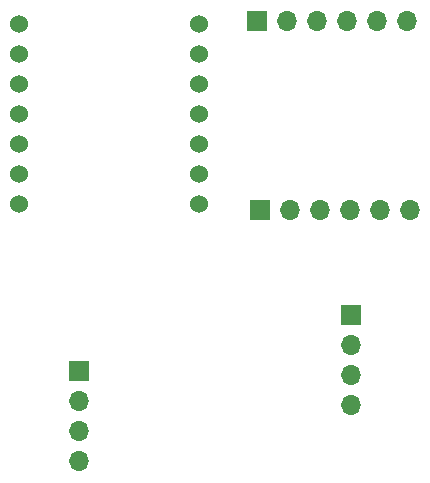
<source format=gbr>
%TF.GenerationSoftware,KiCad,Pcbnew,9.0.0*%
%TF.CreationDate,2025-06-10T19:10:25+05:30*%
%TF.ProjectId,andytrackerv2,616e6479-7472-4616-936b-657276322e6b,rev?*%
%TF.SameCoordinates,Original*%
%TF.FileFunction,Soldermask,Bot*%
%TF.FilePolarity,Negative*%
%FSLAX46Y46*%
G04 Gerber Fmt 4.6, Leading zero omitted, Abs format (unit mm)*
G04 Created by KiCad (PCBNEW 9.0.0) date 2025-06-10 19:10:25*
%MOMM*%
%LPD*%
G01*
G04 APERTURE LIST*
%ADD10C,1.524000*%
%ADD11R,1.700000X1.700000*%
%ADD12O,1.700000X1.700000*%
G04 APERTURE END LIST*
D10*
%TO.C,U1*%
X155425000Y-97300000D03*
X155425000Y-99840000D03*
X155425000Y-102380000D03*
X155425000Y-104920000D03*
X155425000Y-107460000D03*
X155425000Y-110000000D03*
X155425000Y-112540000D03*
X170665000Y-112540000D03*
X170665000Y-110000000D03*
X170665000Y-107460000D03*
X170665000Y-104920000D03*
X170665000Y-102380000D03*
X170665000Y-99840000D03*
X170665000Y-97300000D03*
%TD*%
D11*
%TO.C,J4*%
X183500000Y-121920000D03*
D12*
X183500000Y-124460000D03*
X183500000Y-127000000D03*
X183500000Y-129540000D03*
%TD*%
D11*
%TO.C,J1*%
X175585000Y-97025000D03*
D12*
X178125000Y-97025000D03*
X180665000Y-97025000D03*
X183205000Y-97025000D03*
X185745000Y-97025000D03*
X188285000Y-97025000D03*
%TD*%
D11*
%TO.C,J2*%
X175840000Y-113000000D03*
D12*
X178380000Y-113000000D03*
X180920000Y-113000000D03*
X183460000Y-113000000D03*
X186000000Y-113000000D03*
X188540000Y-113000000D03*
%TD*%
D11*
%TO.C,J3*%
X160525000Y-126700000D03*
D12*
X160525000Y-129240000D03*
X160525000Y-131780000D03*
X160525000Y-134320000D03*
%TD*%
M02*

</source>
